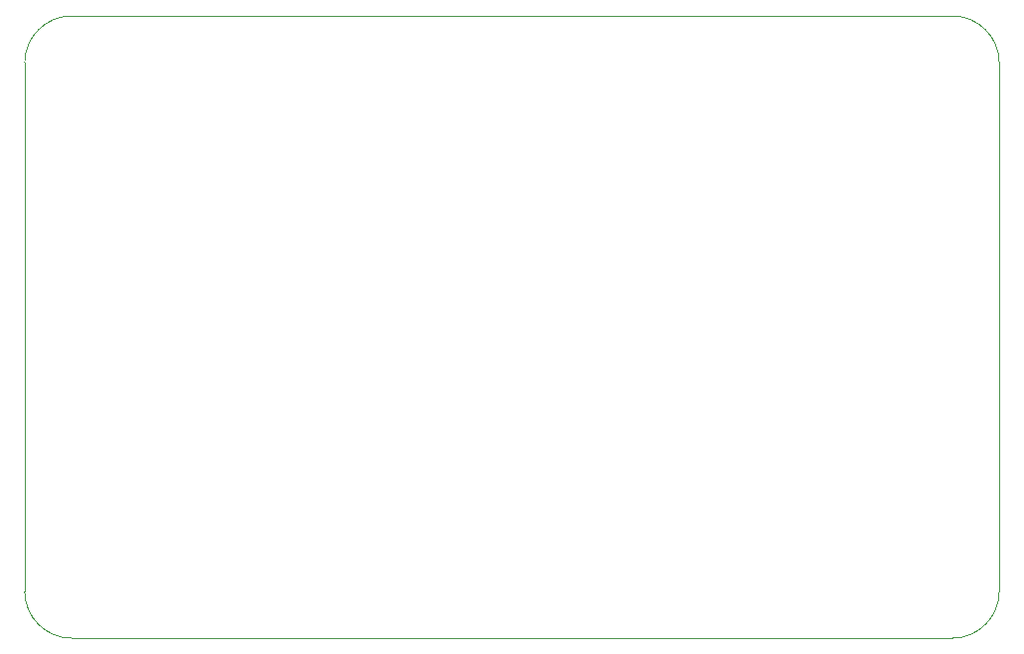
<source format=gm1>
G04 #@! TF.GenerationSoftware,KiCad,Pcbnew,6.0.0-d3dd2cf0fa~116~ubuntu20.04.1*
G04 #@! TF.CreationDate,2022-01-09T15:49:13-07:00*
G04 #@! TF.ProjectId,software_dev_board,736f6674-7761-4726-955f-6465765f626f,A*
G04 #@! TF.SameCoordinates,Original*
G04 #@! TF.FileFunction,Profile,NP*
%FSLAX46Y46*%
G04 Gerber Fmt 4.6, Leading zero omitted, Abs format (unit mm)*
G04 Created by KiCad (PCBNEW 6.0.0-d3dd2cf0fa~116~ubuntu20.04.1) date 2022-01-09 15:49:13*
%MOMM*%
%LPD*%
G01*
G04 APERTURE LIST*
G04 #@! TA.AperFunction,Profile*
%ADD10C,0.050000*%
G04 #@! TD*
G04 APERTURE END LIST*
D10*
X183000000Y-76400000D02*
X183000000Y-121400000D01*
X183000000Y-76400000D02*
G75*
G03*
X179000000Y-72400000I-4000000J0D01*
G01*
X100000000Y-121400000D02*
X100000000Y-76400000D01*
X104000000Y-72400000D02*
G75*
G03*
X100000000Y-76400000I0J-4000000D01*
G01*
X104000000Y-72400000D02*
X179000000Y-72400000D01*
X179000000Y-125400000D02*
X104000000Y-125400000D01*
X100000000Y-121400000D02*
G75*
G03*
X104000000Y-125400000I4000000J0D01*
G01*
X179000000Y-125400000D02*
G75*
G03*
X183000000Y-121400000I0J4000000D01*
G01*
M02*

</source>
